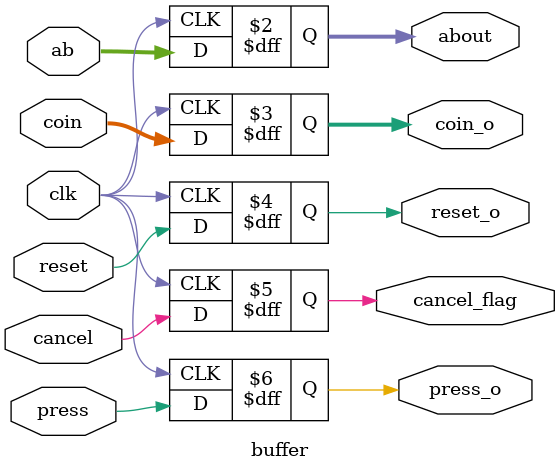
<source format=v>
`timescale 1ns / 1ps
/*
    ÓÉÓÚÊäÈëÐÅºÅ¿ÉÄÜ²»Í¬²½£¬ÏµÍ³¶ÔÒì²½ÐÅºÅ½øÐÐ´¦ÀíÈÝÒ×³ö´í£¬
    ËùÒÔÊ¹ÓÃÊäÈë»º³åÄ£¿é¶ÔÊäÈë½øÐÐÍ¬²½»¯´¦Àí£¬µ«²»¸Ä±äÊäÈëµÄÖµ
*/
module buffer(    
     reset, press,clk,ab,
    cancel, coin,
    coin_o,
     cancel_flag,
    reset_o, press_o,about
    );
   input reset;                         //ÖÃÎ»ÐÅºÅ
   input cancel;                        //È¡ÏûÐÅºÅ
   input clk;                           //Ê±ÖÓ
   input press;                         //È·ÈÏ¹ºÂò¼ü
   input [2:0] coin;                    //Í¶±ÒÐÅºÅ
   input [1:0]ab;                       //Ñ¡ÔñÉÌÆ·µÄÐÅºÅ
   output reg [1:0]about;               //Ñ¡ÔñÉÌÆ·Êä³öÐÅºÅ
   output reg [2:0] coin_o;             //±ÒÖµÊä³öÐÅºÅ
   output reg reset_o;                  //ÖÃÎ»ÐÅºÅÊä³ö
   output reg cancel_flag;              //È¡ÏûÐÅºÅÊä³ö
   output reg press_o;                  //È·ÈÏ¹ºÂòÐÅºÅÊä³ö
always @(posedge clk) begin
    //ËùÓÐ±äÁ¿¶¼²»×÷´¦Àí£¬ÔÚÊ±ÖÓÉÏÉýÑØ½øÐÐÊä³ö
    //´ËÄ£¿é½öÆðµ½¶ÔÊäÈë½øÐÐÍ¬²½µÄ×÷ÓÃ
        about <= ab;
        reset_o <= reset;
        cancel_flag <= cancel ;
        press_o <= press;
        coin_o <= coin;
end 
endmodule
</source>
